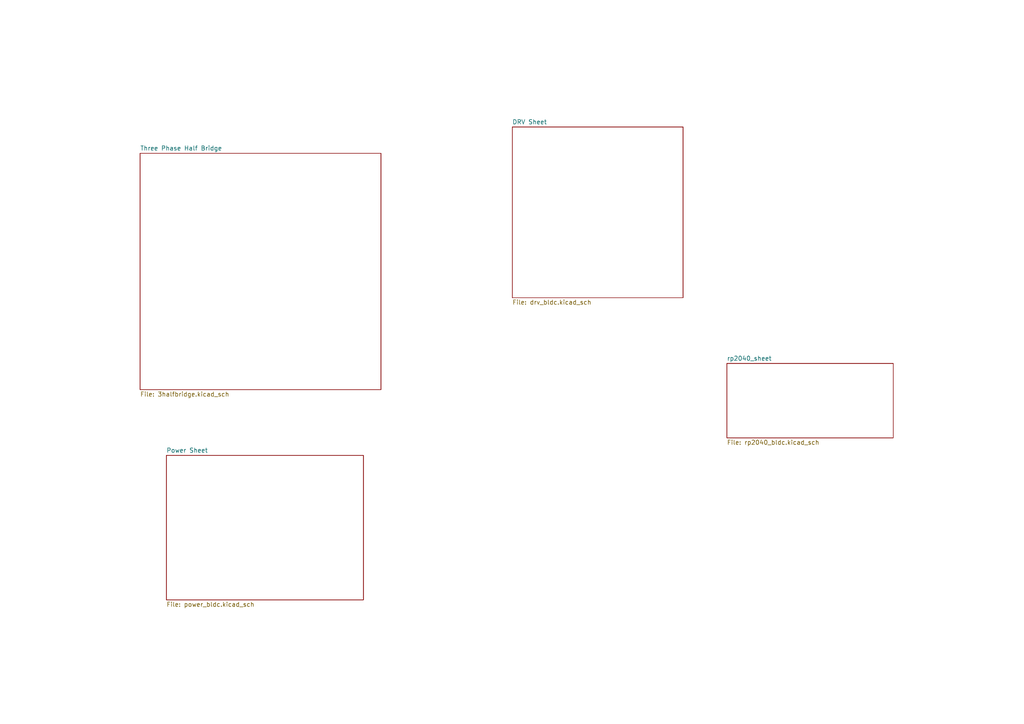
<source format=kicad_sch>
(kicad_sch
	(version 20231120)
	(generator "eeschema")
	(generator_version "8.0")
	(uuid "386247e7-fbba-4db7-978d-7d877f3805e6")
	(paper "A4")
	(lib_symbols)
	(sheet
		(at 40.64 44.45)
		(size 69.85 68.58)
		(fields_autoplaced yes)
		(stroke
			(width 0.1524)
			(type solid)
		)
		(fill
			(color 0 0 0 0.0000)
		)
		(uuid "725189a7-e5dd-46f3-a05c-cca7f183d9a2")
		(property "Sheetname" "Three Phase Half Bridge"
			(at 40.64 43.7384 0)
			(effects
				(font
					(size 1.27 1.27)
				)
				(justify left bottom)
			)
		)
		(property "Sheetfile" "3halfbridge.kicad_sch"
			(at 40.64 113.6146 0)
			(effects
				(font
					(size 1.27 1.27)
				)
				(justify left top)
			)
		)
		(instances
			(project "bldcdriver"
				(path "/386247e7-fbba-4db7-978d-7d877f3805e6"
					(page "3")
				)
			)
		)
	)
	(sheet
		(at 48.26 132.08)
		(size 57.15 41.91)
		(fields_autoplaced yes)
		(stroke
			(width 0.1524)
			(type solid)
		)
		(fill
			(color 0 0 0 0.0000)
		)
		(uuid "9cd80082-7a31-4805-9aed-eb77111bfc6c")
		(property "Sheetname" "Power Sheet"
			(at 48.26 131.3684 0)
			(effects
				(font
					(size 1.27 1.27)
				)
				(justify left bottom)
			)
		)
		(property "Sheetfile" "power_bldc.kicad_sch"
			(at 48.26 174.5746 0)
			(effects
				(font
					(size 1.27 1.27)
				)
				(justify left top)
			)
		)
		(instances
			(project "bldcdriver"
				(path "/386247e7-fbba-4db7-978d-7d877f3805e6"
					(page "2")
				)
			)
		)
	)
	(sheet
		(at 210.82 105.41)
		(size 48.26 21.59)
		(fields_autoplaced yes)
		(stroke
			(width 0.1524)
			(type solid)
		)
		(fill
			(color 0 0 0 0.0000)
		)
		(uuid "bfcb2737-5ae5-450f-a29a-35bd17b628aa")
		(property "Sheetname" "rp2040_sheet"
			(at 210.82 104.6984 0)
			(effects
				(font
					(size 1.27 1.27)
				)
				(justify left bottom)
			)
		)
		(property "Sheetfile" "rp2040_bldc.kicad_sch"
			(at 210.82 127.5846 0)
			(effects
				(font
					(size 1.27 1.27)
				)
				(justify left top)
			)
		)
		(instances
			(project "bldcdriver"
				(path "/386247e7-fbba-4db7-978d-7d877f3805e6"
					(page "5")
				)
			)
		)
	)
	(sheet
		(at 148.59 36.83)
		(size 49.53 49.53)
		(fields_autoplaced yes)
		(stroke
			(width 0.1524)
			(type solid)
		)
		(fill
			(color 0 0 0 0.0000)
		)
		(uuid "f28f42fe-bda0-4721-a4ef-e9c7986d4b8f")
		(property "Sheetname" "DRV Sheet"
			(at 148.59 36.1184 0)
			(effects
				(font
					(size 1.27 1.27)
				)
				(justify left bottom)
			)
		)
		(property "Sheetfile" "drv_bldc.kicad_sch"
			(at 148.59 86.9446 0)
			(effects
				(font
					(size 1.27 1.27)
				)
				(justify left top)
			)
		)
		(instances
			(project "bldcdriver"
				(path "/386247e7-fbba-4db7-978d-7d877f3805e6"
					(page "4")
				)
			)
		)
	)
	(sheet_instances
		(path "/"
			(page "1")
		)
	)
)

</source>
